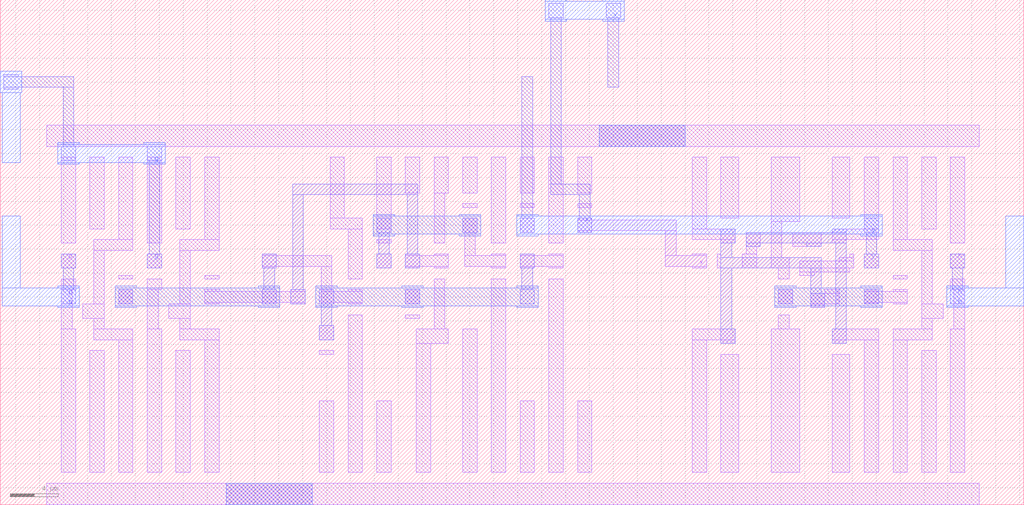
<source format=lef>
VERSION 5.3 ;
   NAMESCASESENSITIVE ON ;
   NOWIREEXTENSIONATPIN ON ;
   DIVIDERCHAR "/" ;
   BUSBITCHARS "[]" ;
UNITS
   DATABASE MICRONS 1000 ;
END UNITS

MACRO in
   CLASS BLOCK ;
   FOREIGN in ;
   ORIGIN 3.3000 -0.6000 ;
   SIZE 85.6500 BY 42.3000 ;
   PIN x
      PORT
         LAYER metal1 ;
	    RECT 45.0000 24.4500 46.2000 24.6000 ;
	    RECT 45.0000 23.5500 53.2500 24.4500 ;
	    RECT 45.0000 23.4000 46.2000 23.5500 ;
	    RECT 52.3500 21.4500 53.2500 23.5500 ;
	    RECT 54.6000 21.4500 55.8000 21.6000 ;
	    RECT 52.3500 20.5500 55.8000 21.4500 ;
	    RECT 54.6000 20.4000 55.8000 20.5500 ;
         LAYER metal2 ;
	    RECT 42.6000 41.4000 43.8000 42.6000 ;
	    RECT 47.4000 41.4000 48.6000 42.6000 ;
	    RECT 42.7500 27.4500 43.6500 41.4000 ;
	    RECT 47.5500 35.5500 48.4500 41.4000 ;
	    RECT 42.7500 26.5500 46.0500 27.4500 ;
	    RECT 45.1500 24.6000 46.0500 26.5500 ;
	    RECT 45.0000 23.4000 46.2000 24.6000 ;
         LAYER metal3 ;
	    RECT 42.3000 42.7500 44.1000 42.9000 ;
	    RECT 47.1000 42.7500 48.9000 42.9000 ;
	    RECT 42.3000 41.2500 48.9000 42.7500 ;
	    RECT 42.3000 41.1000 44.1000 41.2500 ;
	    RECT 47.1000 41.1000 48.9000 41.2500 ;
      END
   END x
   PIN y
      PORT
         LAYER metal1 ;
	    RECT 40.2000 23.4000 41.4000 24.6000 ;
	    RECT 69.0000 20.4000 70.2000 21.6000 ;
         LAYER metal2 ;
	    RECT 40.3500 24.6000 41.2500 36.4500 ;
	    RECT 40.2000 23.4000 41.4000 24.6000 ;
	    RECT 69.0000 23.4000 70.2000 24.6000 ;
	    RECT 69.1500 21.6000 70.0500 23.4000 ;
	    RECT 69.0000 20.4000 70.2000 21.6000 ;
         LAYER metal3 ;
	    RECT 39.9000 24.7500 41.7000 24.9000 ;
	    RECT 68.7000 24.7500 70.5000 24.9000 ;
	    RECT 39.9000 23.2500 70.5000 24.7500 ;
	    RECT 39.9000 23.1000 41.7000 23.2500 ;
	    RECT 68.7000 23.1000 70.5000 23.2500 ;
      END
   END y
   PIN g
      PORT
         LAYER metal1 ;
	    RECT 9.0000 20.4000 10.2000 21.6000 ;
         LAYER metal2 ;
	    RECT -3.0000 36.4500 -1.8000 36.6000 ;
	    RECT -3.0000 35.5500 2.8500 36.4500 ;
	    RECT -3.0000 35.4000 -1.8000 35.5500 ;
	    RECT 1.9500 30.6000 2.8500 35.5500 ;
	    RECT 1.8000 29.4000 3.0000 30.6000 ;
	    RECT 9.0000 29.4000 10.2000 30.6000 ;
	    RECT 9.1500 21.6000 10.0500 29.4000 ;
	    RECT 9.0000 20.4000 10.2000 21.6000 ;
         LAYER metal3 ;
	    RECT -3.3000 35.1000 -1.5000 36.9000 ;
	    RECT -3.1500 29.2500 -1.6500 35.1000 ;
	    RECT 1.5000 30.7500 3.3000 30.9000 ;
	    RECT 8.7000 30.7500 10.5000 30.9000 ;
	    RECT 1.5000 29.2500 10.5000 30.7500 ;
	    RECT 1.5000 29.1000 3.3000 29.2500 ;
	    RECT 8.7000 29.1000 10.5000 29.2500 ;
      END
   END g
   PIN p
      PORT
         LAYER metal1 ;
	    RECT 1.8000 20.4000 3.0000 21.6000 ;
         LAYER metal2 ;
	    RECT 1.8000 20.4000 3.0000 21.6000 ;
	    RECT 1.9500 18.6000 2.8500 20.4000 ;
	    RECT 1.8000 17.4000 3.0000 18.6000 ;
         LAYER metal3 ;
	    RECT -3.1500 18.7500 -1.6500 24.7500 ;
	    RECT 1.5000 18.7500 3.3000 18.9000 ;
	    RECT -3.1500 17.2500 3.3000 18.7500 ;
	    RECT 1.5000 17.1000 3.3000 17.2500 ;
      END
   END p
   PIN h
      PORT
         LAYER metal1 ;
	    RECT 76.2000 20.4000 77.4000 21.6000 ;
         LAYER metal2 ;
	    RECT 76.2000 20.4000 77.4000 21.6000 ;
	    RECT 76.3500 18.6000 77.2500 20.4000 ;
	    RECT 76.2000 17.4000 77.4000 18.6000 ;
         LAYER metal3 ;
	    RECT 75.9000 18.7500 77.7000 18.9000 ;
	    RECT 80.8500 18.7500 82.3500 24.7500 ;
	    RECT 75.9000 17.2500 82.3500 18.7500 ;
	    RECT 75.9000 17.1000 77.7000 17.2500 ;
      END
   END h
   OBS
         LAYER metal1 ;
	    RECT 0.6000 30.6000 78.6000 32.4000 ;
	    RECT 1.8000 22.5000 3.0000 29.7000 ;
	    RECT 4.2000 23.7000 5.4000 29.7000 ;
	    RECT 6.6000 22.8000 7.8000 29.7000 ;
	    RECT 4.5000 21.9000 7.8000 22.8000 ;
	    RECT 9.0000 22.5000 10.2000 29.7000 ;
	    RECT 11.4000 23.7000 12.6000 29.7000 ;
	    RECT 13.8000 22.8000 15.0000 29.7000 ;
	    RECT 24.3000 24.6000 25.5000 29.7000 ;
	    RECT 24.3000 23.7000 27.0000 24.6000 ;
	    RECT 28.2000 23.7000 29.4000 29.7000 ;
	    RECT 30.6000 26.7000 31.8000 29.7000 ;
	    RECT 33.0000 26.7000 34.2000 29.7000 ;
	    RECT 35.4000 26.7000 36.6000 29.7000 ;
	    RECT 11.7000 21.9000 15.0000 22.8000 ;
	    RECT 1.8000 18.6000 3.0000 19.5000 ;
	    RECT 1.8000 15.3000 2.7000 18.6000 ;
	    RECT 4.5000 17.4000 5.4000 21.9000 ;
	    RECT 6.6000 19.5000 7.8000 19.8000 ;
	    RECT 9.0000 18.6000 10.2000 19.5000 ;
	    RECT 6.6000 17.4000 7.8000 18.6000 ;
	    RECT 3.6000 16.2000 5.4000 17.4000 ;
	    RECT 4.5000 15.3000 5.4000 16.2000 ;
	    RECT 9.0000 15.3000 9.9000 18.6000 ;
	    RECT 11.7000 17.4000 12.6000 21.9000 ;
	    RECT 18.6000 21.4500 19.8000 21.6000 ;
	    RECT 18.6000 20.5500 24.4500 21.4500 ;
	    RECT 18.6000 20.4000 19.8000 20.5500 ;
	    RECT 13.8000 19.5000 15.0000 19.8000 ;
	    RECT 13.8000 18.4500 15.0000 18.6000 ;
	    RECT 21.0000 18.4500 22.2000 18.6000 ;
	    RECT 13.8000 17.5500 22.2000 18.4500 ;
	    RECT 23.5500 18.4500 24.4500 20.5500 ;
	    RECT 25.8000 19.5000 27.0000 23.7000 ;
	    RECT 28.2000 22.5000 29.4000 22.8000 ;
	    RECT 33.0000 22.5000 33.9000 26.7000 ;
	    RECT 35.4000 25.5000 36.6000 25.8000 ;
	    RECT 35.4000 23.4000 36.6000 24.6000 ;
	    RECT 28.2000 20.4000 29.4000 21.6000 ;
	    RECT 30.6000 21.4500 31.8000 21.6000 ;
	    RECT 33.0000 21.4500 34.2000 21.6000 ;
	    RECT 30.6000 20.5500 34.2000 21.4500 ;
	    RECT 35.5500 21.4500 36.4500 23.4000 ;
	    RECT 37.8000 22.5000 39.0000 29.7000 ;
	    RECT 40.2000 26.7000 41.4000 29.7000 ;
	    RECT 40.2000 25.5000 41.4000 25.8000 ;
	    RECT 42.6000 22.5000 43.8000 29.7000 ;
	    RECT 45.0000 26.7000 46.2000 29.7000 ;
	    RECT 45.0000 25.5000 46.2000 25.8000 ;
	    RECT 54.6000 23.7000 55.8000 29.7000 ;
	    RECT 57.0000 24.6000 58.5000 29.7000 ;
	    RECT 61.2000 24.3000 63.6000 29.7000 ;
	    RECT 66.3000 24.6000 67.8000 29.7000 ;
	    RECT 54.6000 22.8000 58.2000 23.7000 ;
	    RECT 57.0000 22.5000 58.2000 22.8000 ;
	    RECT 59.1000 22.2000 60.3000 23.4000 ;
	    RECT 59.1000 21.6000 60.0000 22.2000 ;
	    RECT 37.8000 21.4500 39.0000 21.6000 ;
	    RECT 35.5500 20.5500 39.0000 21.4500 ;
	    RECT 30.6000 20.4000 31.8000 20.5500 ;
	    RECT 33.0000 20.4000 34.2000 20.5500 ;
	    RECT 37.8000 20.4000 39.0000 20.5500 ;
	    RECT 40.2000 21.4500 41.4000 21.6000 ;
	    RECT 42.6000 21.4500 43.8000 21.6000 ;
	    RECT 40.2000 20.5500 43.8000 21.4500 ;
	    RECT 40.2000 20.4000 41.4000 20.5500 ;
	    RECT 42.6000 20.4000 43.8000 20.5500 ;
	    RECT 56.7000 20.4000 57.0000 21.6000 ;
	    RECT 58.8000 20.4000 60.0000 21.6000 ;
	    RECT 61.2000 21.3000 62.1000 24.3000 ;
	    RECT 69.0000 23.7000 70.2000 29.7000 ;
	    RECT 63.0000 22.2000 65.4000 23.4000 ;
	    RECT 66.3000 22.8000 70.2000 23.7000 ;
	    RECT 71.4000 22.8000 72.6000 29.7000 ;
	    RECT 73.8000 23.7000 75.0000 29.7000 ;
	    RECT 66.3000 22.5000 67.5000 22.8000 ;
	    RECT 71.4000 21.9000 74.7000 22.8000 ;
	    RECT 76.2000 22.5000 77.4000 29.7000 ;
	    RECT 67.8000 21.3000 68.1000 21.6000 ;
	    RECT 61.2000 20.4000 62.7000 21.3000 ;
	    RECT 66.9000 21.0000 68.1000 21.3000 ;
	    RECT 61.8000 19.5000 62.7000 20.4000 ;
	    RECT 63.6000 20.4000 68.1000 21.0000 ;
	    RECT 63.6000 20.1000 67.8000 20.4000 ;
	    RECT 63.6000 19.8000 64.8000 20.1000 ;
	    RECT 71.4000 19.5000 72.6000 19.8000 ;
	    RECT 25.8000 18.4500 27.0000 18.6000 ;
	    RECT 23.5500 17.5500 27.0000 18.4500 ;
	    RECT 13.8000 17.4000 15.0000 17.5500 ;
	    RECT 21.0000 17.4000 22.2000 17.5500 ;
	    RECT 25.8000 17.4000 27.0000 17.5500 ;
	    RECT 30.6000 17.4000 31.8000 18.6000 ;
	    RECT 10.8000 16.2000 12.6000 17.4000 ;
	    RECT 11.7000 15.3000 12.6000 16.2000 ;
	    RECT 1.8000 3.3000 3.0000 15.3000 ;
	    RECT 4.5000 14.4000 7.8000 15.3000 ;
	    RECT 4.2000 3.3000 5.4000 13.5000 ;
	    RECT 6.6000 3.3000 7.8000 14.4000 ;
	    RECT 9.0000 3.3000 10.2000 15.3000 ;
	    RECT 11.7000 14.4000 15.0000 15.3000 ;
	    RECT 23.4000 14.4000 24.6000 15.6000 ;
	    RECT 11.4000 3.3000 12.6000 13.5000 ;
	    RECT 13.8000 3.3000 15.0000 14.4000 ;
	    RECT 23.4000 13.2000 24.6000 13.5000 ;
	    RECT 23.4000 3.3000 24.6000 9.3000 ;
	    RECT 25.8000 3.3000 27.0000 16.5000 ;
	    RECT 30.6000 16.2000 31.8000 16.5000 ;
	    RECT 33.0000 15.3000 33.9000 19.5000 ;
	    RECT 31.5000 14.1000 34.2000 15.3000 ;
	    RECT 28.2000 3.3000 29.4000 9.3000 ;
	    RECT 31.5000 3.3000 32.7000 14.1000 ;
	    RECT 35.4000 3.3000 36.6000 15.3000 ;
	    RECT 37.8000 3.3000 39.0000 19.5000 ;
	    RECT 40.2000 3.3000 41.4000 9.3000 ;
	    RECT 42.6000 3.3000 43.8000 19.5000 ;
	    RECT 61.8000 17.4000 63.0000 18.6000 ;
	    RECT 65.7000 18.3000 66.9000 18.6000 ;
	    RECT 64.5000 17.4000 66.9000 18.3000 ;
	    RECT 69.0000 18.4500 70.2000 18.6000 ;
	    RECT 71.4000 18.4500 72.6000 18.6000 ;
	    RECT 69.0000 17.5500 72.6000 18.4500 ;
	    RECT 69.0000 17.4000 70.2000 17.5500 ;
	    RECT 71.4000 17.4000 72.6000 17.5500 ;
	    RECT 73.8000 17.4000 74.7000 21.9000 ;
	    RECT 76.2000 18.6000 77.4000 19.5000 ;
	    RECT 64.5000 17.1000 65.7000 17.4000 ;
	    RECT 61.8000 15.3000 62.7000 16.5000 ;
	    RECT 73.8000 16.2000 75.6000 17.4000 ;
	    RECT 73.8000 15.3000 74.7000 16.2000 ;
	    RECT 76.5000 15.3000 77.4000 18.6000 ;
	    RECT 54.6000 14.4000 58.2000 15.3000 ;
	    RECT 45.0000 3.3000 46.2000 9.3000 ;
	    RECT 54.6000 3.3000 55.8000 14.4000 ;
	    RECT 57.0000 14.1000 58.2000 14.4000 ;
	    RECT 57.0000 3.3000 58.5000 13.2000 ;
	    RECT 61.2000 3.3000 63.6000 15.3000 ;
	    RECT 66.3000 14.4000 70.2000 15.3000 ;
	    RECT 66.3000 14.1000 67.5000 14.4000 ;
	    RECT 66.3000 3.3000 67.8000 13.2000 ;
	    RECT 69.0000 3.3000 70.2000 14.4000 ;
	    RECT 71.4000 14.4000 74.7000 15.3000 ;
	    RECT 71.4000 3.3000 72.6000 14.4000 ;
	    RECT 73.8000 3.3000 75.0000 13.5000 ;
	    RECT 76.2000 3.3000 77.4000 15.3000 ;
	    RECT 0.6000 0.6000 78.6000 2.4000 ;
         LAYER metal2 ;
	    RECT 46.8000 30.6000 54.0000 32.4000 ;
	    RECT 21.1500 26.5500 31.6500 27.4500 ;
	    RECT 18.6000 20.4000 19.8000 21.6000 ;
	    RECT 18.7500 18.6000 19.6500 20.4000 ;
	    RECT 21.1500 18.6000 22.0500 26.5500 ;
	    RECT 28.2000 23.4000 29.4000 24.6000 ;
	    RECT 28.3500 21.6000 29.2500 23.4000 ;
	    RECT 30.7500 21.6000 31.6500 26.5500 ;
	    RECT 35.4000 23.4000 36.6000 24.6000 ;
	    RECT 57.0000 22.5000 58.2000 23.7000 ;
	    RECT 66.3000 23.4000 67.5000 23.7000 ;
	    RECT 59.1000 22.5000 67.5000 23.4000 ;
	    RECT 28.2000 20.4000 29.4000 21.6000 ;
	    RECT 30.6000 20.4000 31.8000 21.6000 ;
	    RECT 40.2000 20.4000 41.4000 21.6000 ;
	    RECT 57.0000 21.3000 57.9000 22.5000 ;
	    RECT 59.1000 22.2000 60.3000 22.5000 ;
	    RECT 64.2000 22.2000 65.4000 22.5000 ;
	    RECT 57.0000 20.4000 65.4000 21.3000 ;
	    RECT 40.3500 18.6000 41.2500 20.4000 ;
	    RECT 6.6000 17.4000 7.8000 18.6000 ;
	    RECT 18.6000 17.4000 19.8000 18.6000 ;
	    RECT 21.0000 17.4000 22.2000 18.6000 ;
	    RECT 23.4000 17.4000 24.6000 18.6000 ;
	    RECT 30.6000 17.4000 31.8000 18.6000 ;
	    RECT 40.2000 17.4000 41.4000 18.6000 ;
	    RECT 23.5500 15.6000 24.4500 17.4000 ;
	    RECT 23.4000 14.4000 24.6000 15.6000 ;
	    RECT 57.0000 15.3000 57.9000 20.4000 ;
	    RECT 61.8000 17.4000 63.0000 18.6000 ;
	    RECT 64.5000 18.3000 65.4000 20.4000 ;
	    RECT 64.5000 17.1000 65.7000 18.3000 ;
	    RECT 66.6000 15.3000 67.5000 22.5000 ;
	    RECT 69.0000 17.4000 70.2000 18.6000 ;
	    RECT 57.0000 14.1000 58.2000 15.3000 ;
	    RECT 66.3000 14.1000 67.5000 15.3000 ;
	    RECT 15.6000 0.6000 22.8000 2.4000 ;
         LAYER metal3 ;
	    RECT 46.8000 30.6000 54.0000 32.4000 ;
	    RECT 27.9000 24.7500 29.7000 24.9000 ;
	    RECT 35.1000 24.7500 36.9000 24.9000 ;
	    RECT 27.9000 23.2500 36.9000 24.7500 ;
	    RECT 27.9000 23.1000 29.7000 23.2500 ;
	    RECT 35.1000 23.1000 36.9000 23.2500 ;
	    RECT 6.3000 18.7500 8.1000 18.9000 ;
	    RECT 18.3000 18.7500 20.1000 18.9000 ;
	    RECT 6.3000 17.2500 20.1000 18.7500 ;
	    RECT 6.3000 17.1000 8.1000 17.2500 ;
	    RECT 18.3000 17.1000 20.1000 17.2500 ;
	    RECT 23.1000 18.7500 24.9000 18.9000 ;
	    RECT 30.3000 18.7500 32.1000 18.9000 ;
	    RECT 39.9000 18.7500 41.7000 18.9000 ;
	    RECT 23.1000 17.2500 41.7000 18.7500 ;
	    RECT 23.1000 17.1000 24.9000 17.2500 ;
	    RECT 30.3000 17.1000 32.1000 17.2500 ;
	    RECT 39.9000 17.1000 41.7000 17.2500 ;
	    RECT 61.5000 18.7500 63.3000 18.9000 ;
	    RECT 68.7000 18.7500 70.5000 18.9000 ;
	    RECT 61.5000 17.2500 70.5000 18.7500 ;
	    RECT 61.5000 17.1000 63.3000 17.2500 ;
	    RECT 68.7000 17.1000 70.5000 17.2500 ;
	    RECT 15.6000 0.6000 22.8000 2.4000 ;
   END
END in

</source>
